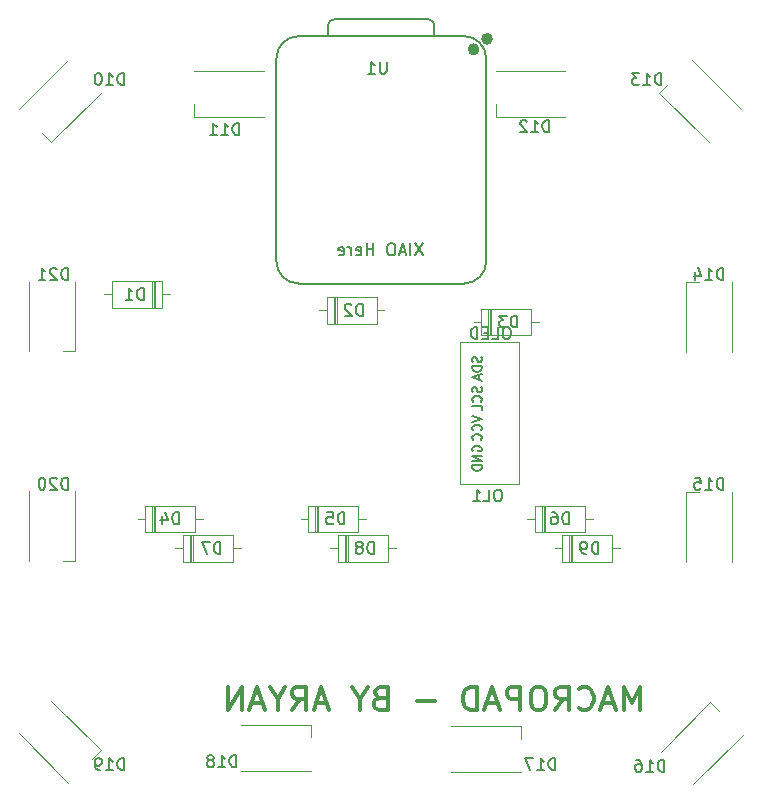
<source format=gbr>
%TF.GenerationSoftware,KiCad,Pcbnew,9.0.3*%
%TF.CreationDate,2025-07-24T19:08:26+05:30*%
%TF.ProjectId,hackpad,6861636b-7061-4642-9e6b-696361645f70,rev?*%
%TF.SameCoordinates,Original*%
%TF.FileFunction,Legend,Bot*%
%TF.FilePolarity,Positive*%
%FSLAX46Y46*%
G04 Gerber Fmt 4.6, Leading zero omitted, Abs format (unit mm)*
G04 Created by KiCad (PCBNEW 9.0.3) date 2025-07-24 19:08:26*
%MOMM*%
%LPD*%
G01*
G04 APERTURE LIST*
%ADD10C,0.150000*%
%ADD11C,0.300000*%
%ADD12C,0.120000*%
%ADD13C,0.127000*%
%ADD14C,0.100000*%
%ADD15C,0.504000*%
%ADD16C,0.040000*%
G04 APERTURE END LIST*
D10*
X150930458Y-85136480D02*
X150263792Y-86136480D01*
X150263792Y-85136480D02*
X150930458Y-86136480D01*
X149882839Y-86136480D02*
X149882839Y-85136480D01*
X149454268Y-85850765D02*
X148978078Y-85850765D01*
X149549506Y-86136480D02*
X149216173Y-85136480D01*
X149216173Y-85136480D02*
X148882840Y-86136480D01*
X148359030Y-85136480D02*
X148168554Y-85136480D01*
X148168554Y-85136480D02*
X148073316Y-85184099D01*
X148073316Y-85184099D02*
X147978078Y-85279337D01*
X147978078Y-85279337D02*
X147930459Y-85469813D01*
X147930459Y-85469813D02*
X147930459Y-85803146D01*
X147930459Y-85803146D02*
X147978078Y-85993622D01*
X147978078Y-85993622D02*
X148073316Y-86088861D01*
X148073316Y-86088861D02*
X148168554Y-86136480D01*
X148168554Y-86136480D02*
X148359030Y-86136480D01*
X148359030Y-86136480D02*
X148454268Y-86088861D01*
X148454268Y-86088861D02*
X148549506Y-85993622D01*
X148549506Y-85993622D02*
X148597125Y-85803146D01*
X148597125Y-85803146D02*
X148597125Y-85469813D01*
X148597125Y-85469813D02*
X148549506Y-85279337D01*
X148549506Y-85279337D02*
X148454268Y-85184099D01*
X148454268Y-85184099D02*
X148359030Y-85136480D01*
X146739982Y-86136480D02*
X146739982Y-85136480D01*
X146739982Y-85612670D02*
X146168554Y-85612670D01*
X146168554Y-86136480D02*
X146168554Y-85136480D01*
X145311411Y-86088861D02*
X145406649Y-86136480D01*
X145406649Y-86136480D02*
X145597125Y-86136480D01*
X145597125Y-86136480D02*
X145692363Y-86088861D01*
X145692363Y-86088861D02*
X145739982Y-85993622D01*
X145739982Y-85993622D02*
X145739982Y-85612670D01*
X145739982Y-85612670D02*
X145692363Y-85517432D01*
X145692363Y-85517432D02*
X145597125Y-85469813D01*
X145597125Y-85469813D02*
X145406649Y-85469813D01*
X145406649Y-85469813D02*
X145311411Y-85517432D01*
X145311411Y-85517432D02*
X145263792Y-85612670D01*
X145263792Y-85612670D02*
X145263792Y-85707908D01*
X145263792Y-85707908D02*
X145739982Y-85803146D01*
X144835220Y-86136480D02*
X144835220Y-85469813D01*
X144835220Y-85660289D02*
X144787601Y-85565051D01*
X144787601Y-85565051D02*
X144739982Y-85517432D01*
X144739982Y-85517432D02*
X144644744Y-85469813D01*
X144644744Y-85469813D02*
X144549506Y-85469813D01*
X143835220Y-86088861D02*
X143930458Y-86136480D01*
X143930458Y-86136480D02*
X144120934Y-86136480D01*
X144120934Y-86136480D02*
X144216172Y-86088861D01*
X144216172Y-86088861D02*
X144263791Y-85993622D01*
X144263791Y-85993622D02*
X144263791Y-85612670D01*
X144263791Y-85612670D02*
X144216172Y-85517432D01*
X144216172Y-85517432D02*
X144120934Y-85469813D01*
X144120934Y-85469813D02*
X143930458Y-85469813D01*
X143930458Y-85469813D02*
X143835220Y-85517432D01*
X143835220Y-85517432D02*
X143787601Y-85612670D01*
X143787601Y-85612670D02*
X143787601Y-85707908D01*
X143787601Y-85707908D02*
X144263791Y-85803146D01*
D11*
X169298441Y-124656299D02*
X169298441Y-122656299D01*
X169298441Y-122656299D02*
X168631774Y-124084870D01*
X168631774Y-124084870D02*
X167965108Y-122656299D01*
X167965108Y-122656299D02*
X167965108Y-124656299D01*
X167107965Y-124084870D02*
X166155584Y-124084870D01*
X167298441Y-124656299D02*
X166631775Y-122656299D01*
X166631775Y-122656299D02*
X165965108Y-124656299D01*
X164155584Y-124465822D02*
X164250822Y-124561061D01*
X164250822Y-124561061D02*
X164536536Y-124656299D01*
X164536536Y-124656299D02*
X164727012Y-124656299D01*
X164727012Y-124656299D02*
X165012727Y-124561061D01*
X165012727Y-124561061D02*
X165203203Y-124370584D01*
X165203203Y-124370584D02*
X165298441Y-124180108D01*
X165298441Y-124180108D02*
X165393679Y-123799156D01*
X165393679Y-123799156D02*
X165393679Y-123513441D01*
X165393679Y-123513441D02*
X165298441Y-123132489D01*
X165298441Y-123132489D02*
X165203203Y-122942013D01*
X165203203Y-122942013D02*
X165012727Y-122751537D01*
X165012727Y-122751537D02*
X164727012Y-122656299D01*
X164727012Y-122656299D02*
X164536536Y-122656299D01*
X164536536Y-122656299D02*
X164250822Y-122751537D01*
X164250822Y-122751537D02*
X164155584Y-122846775D01*
X162155584Y-124656299D02*
X162822251Y-123703918D01*
X163298441Y-124656299D02*
X163298441Y-122656299D01*
X163298441Y-122656299D02*
X162536536Y-122656299D01*
X162536536Y-122656299D02*
X162346060Y-122751537D01*
X162346060Y-122751537D02*
X162250822Y-122846775D01*
X162250822Y-122846775D02*
X162155584Y-123037251D01*
X162155584Y-123037251D02*
X162155584Y-123322965D01*
X162155584Y-123322965D02*
X162250822Y-123513441D01*
X162250822Y-123513441D02*
X162346060Y-123608680D01*
X162346060Y-123608680D02*
X162536536Y-123703918D01*
X162536536Y-123703918D02*
X163298441Y-123703918D01*
X160917489Y-122656299D02*
X160536536Y-122656299D01*
X160536536Y-122656299D02*
X160346060Y-122751537D01*
X160346060Y-122751537D02*
X160155584Y-122942013D01*
X160155584Y-122942013D02*
X160060346Y-123322965D01*
X160060346Y-123322965D02*
X160060346Y-123989632D01*
X160060346Y-123989632D02*
X160155584Y-124370584D01*
X160155584Y-124370584D02*
X160346060Y-124561061D01*
X160346060Y-124561061D02*
X160536536Y-124656299D01*
X160536536Y-124656299D02*
X160917489Y-124656299D01*
X160917489Y-124656299D02*
X161107965Y-124561061D01*
X161107965Y-124561061D02*
X161298441Y-124370584D01*
X161298441Y-124370584D02*
X161393679Y-123989632D01*
X161393679Y-123989632D02*
X161393679Y-123322965D01*
X161393679Y-123322965D02*
X161298441Y-122942013D01*
X161298441Y-122942013D02*
X161107965Y-122751537D01*
X161107965Y-122751537D02*
X160917489Y-122656299D01*
X159203203Y-124656299D02*
X159203203Y-122656299D01*
X159203203Y-122656299D02*
X158441298Y-122656299D01*
X158441298Y-122656299D02*
X158250822Y-122751537D01*
X158250822Y-122751537D02*
X158155584Y-122846775D01*
X158155584Y-122846775D02*
X158060346Y-123037251D01*
X158060346Y-123037251D02*
X158060346Y-123322965D01*
X158060346Y-123322965D02*
X158155584Y-123513441D01*
X158155584Y-123513441D02*
X158250822Y-123608680D01*
X158250822Y-123608680D02*
X158441298Y-123703918D01*
X158441298Y-123703918D02*
X159203203Y-123703918D01*
X157298441Y-124084870D02*
X156346060Y-124084870D01*
X157488917Y-124656299D02*
X156822251Y-122656299D01*
X156822251Y-122656299D02*
X156155584Y-124656299D01*
X155488917Y-124656299D02*
X155488917Y-122656299D01*
X155488917Y-122656299D02*
X155012727Y-122656299D01*
X155012727Y-122656299D02*
X154727012Y-122751537D01*
X154727012Y-122751537D02*
X154536536Y-122942013D01*
X154536536Y-122942013D02*
X154441298Y-123132489D01*
X154441298Y-123132489D02*
X154346060Y-123513441D01*
X154346060Y-123513441D02*
X154346060Y-123799156D01*
X154346060Y-123799156D02*
X154441298Y-124180108D01*
X154441298Y-124180108D02*
X154536536Y-124370584D01*
X154536536Y-124370584D02*
X154727012Y-124561061D01*
X154727012Y-124561061D02*
X155012727Y-124656299D01*
X155012727Y-124656299D02*
X155488917Y-124656299D01*
X151965107Y-123894394D02*
X150441298Y-123894394D01*
X147298440Y-123608680D02*
X147012726Y-123703918D01*
X147012726Y-123703918D02*
X146917488Y-123799156D01*
X146917488Y-123799156D02*
X146822250Y-123989632D01*
X146822250Y-123989632D02*
X146822250Y-124275346D01*
X146822250Y-124275346D02*
X146917488Y-124465822D01*
X146917488Y-124465822D02*
X147012726Y-124561061D01*
X147012726Y-124561061D02*
X147203202Y-124656299D01*
X147203202Y-124656299D02*
X147965107Y-124656299D01*
X147965107Y-124656299D02*
X147965107Y-122656299D01*
X147965107Y-122656299D02*
X147298440Y-122656299D01*
X147298440Y-122656299D02*
X147107964Y-122751537D01*
X147107964Y-122751537D02*
X147012726Y-122846775D01*
X147012726Y-122846775D02*
X146917488Y-123037251D01*
X146917488Y-123037251D02*
X146917488Y-123227727D01*
X146917488Y-123227727D02*
X147012726Y-123418203D01*
X147012726Y-123418203D02*
X147107964Y-123513441D01*
X147107964Y-123513441D02*
X147298440Y-123608680D01*
X147298440Y-123608680D02*
X147965107Y-123608680D01*
X145584155Y-123703918D02*
X145584155Y-124656299D01*
X146250821Y-122656299D02*
X145584155Y-123703918D01*
X145584155Y-123703918D02*
X144917488Y-122656299D01*
X142822249Y-124084870D02*
X141869868Y-124084870D01*
X143012725Y-124656299D02*
X142346059Y-122656299D01*
X142346059Y-122656299D02*
X141679392Y-124656299D01*
X139869868Y-124656299D02*
X140536535Y-123703918D01*
X141012725Y-124656299D02*
X141012725Y-122656299D01*
X141012725Y-122656299D02*
X140250820Y-122656299D01*
X140250820Y-122656299D02*
X140060344Y-122751537D01*
X140060344Y-122751537D02*
X139965106Y-122846775D01*
X139965106Y-122846775D02*
X139869868Y-123037251D01*
X139869868Y-123037251D02*
X139869868Y-123322965D01*
X139869868Y-123322965D02*
X139965106Y-123513441D01*
X139965106Y-123513441D02*
X140060344Y-123608680D01*
X140060344Y-123608680D02*
X140250820Y-123703918D01*
X140250820Y-123703918D02*
X141012725Y-123703918D01*
X138631773Y-123703918D02*
X138631773Y-124656299D01*
X139298439Y-122656299D02*
X138631773Y-123703918D01*
X138631773Y-123703918D02*
X137965106Y-122656299D01*
X137393677Y-124084870D02*
X136441296Y-124084870D01*
X137584153Y-124656299D02*
X136917487Y-122656299D01*
X136917487Y-122656299D02*
X136250820Y-124656299D01*
X135584153Y-124656299D02*
X135584153Y-122656299D01*
X135584153Y-122656299D02*
X134441296Y-124656299D01*
X134441296Y-124656299D02*
X134441296Y-122656299D01*
D10*
X133790094Y-111406319D02*
X133790094Y-110406319D01*
X133790094Y-110406319D02*
X133551999Y-110406319D01*
X133551999Y-110406319D02*
X133409142Y-110453938D01*
X133409142Y-110453938D02*
X133313904Y-110549176D01*
X133313904Y-110549176D02*
X133266285Y-110644414D01*
X133266285Y-110644414D02*
X133218666Y-110834890D01*
X133218666Y-110834890D02*
X133218666Y-110977747D01*
X133218666Y-110977747D02*
X133266285Y-111168223D01*
X133266285Y-111168223D02*
X133313904Y-111263461D01*
X133313904Y-111263461D02*
X133409142Y-111358700D01*
X133409142Y-111358700D02*
X133551999Y-111406319D01*
X133551999Y-111406319D02*
X133790094Y-111406319D01*
X132885332Y-110406319D02*
X132218666Y-110406319D01*
X132218666Y-110406319D02*
X132647237Y-111406319D01*
X120886285Y-105971480D02*
X120886285Y-104971480D01*
X120886285Y-104971480D02*
X120648190Y-104971480D01*
X120648190Y-104971480D02*
X120505333Y-105019099D01*
X120505333Y-105019099D02*
X120410095Y-105114337D01*
X120410095Y-105114337D02*
X120362476Y-105209575D01*
X120362476Y-105209575D02*
X120314857Y-105400051D01*
X120314857Y-105400051D02*
X120314857Y-105542908D01*
X120314857Y-105542908D02*
X120362476Y-105733384D01*
X120362476Y-105733384D02*
X120410095Y-105828622D01*
X120410095Y-105828622D02*
X120505333Y-105923861D01*
X120505333Y-105923861D02*
X120648190Y-105971480D01*
X120648190Y-105971480D02*
X120886285Y-105971480D01*
X119933904Y-105066718D02*
X119886285Y-105019099D01*
X119886285Y-105019099D02*
X119791047Y-104971480D01*
X119791047Y-104971480D02*
X119552952Y-104971480D01*
X119552952Y-104971480D02*
X119457714Y-105019099D01*
X119457714Y-105019099D02*
X119410095Y-105066718D01*
X119410095Y-105066718D02*
X119362476Y-105161956D01*
X119362476Y-105161956D02*
X119362476Y-105257194D01*
X119362476Y-105257194D02*
X119410095Y-105400051D01*
X119410095Y-105400051D02*
X119981523Y-105971480D01*
X119981523Y-105971480D02*
X119362476Y-105971480D01*
X118743428Y-104971480D02*
X118648190Y-104971480D01*
X118648190Y-104971480D02*
X118552952Y-105019099D01*
X118552952Y-105019099D02*
X118505333Y-105066718D01*
X118505333Y-105066718D02*
X118457714Y-105161956D01*
X118457714Y-105161956D02*
X118410095Y-105352432D01*
X118410095Y-105352432D02*
X118410095Y-105590527D01*
X118410095Y-105590527D02*
X118457714Y-105781003D01*
X118457714Y-105781003D02*
X118505333Y-105876241D01*
X118505333Y-105876241D02*
X118552952Y-105923861D01*
X118552952Y-105923861D02*
X118648190Y-105971480D01*
X118648190Y-105971480D02*
X118743428Y-105971480D01*
X118743428Y-105971480D02*
X118838666Y-105923861D01*
X118838666Y-105923861D02*
X118886285Y-105876241D01*
X118886285Y-105876241D02*
X118933904Y-105781003D01*
X118933904Y-105781003D02*
X118981523Y-105590527D01*
X118981523Y-105590527D02*
X118981523Y-105352432D01*
X118981523Y-105352432D02*
X118933904Y-105161956D01*
X118933904Y-105161956D02*
X118886285Y-105066718D01*
X118886285Y-105066718D02*
X118838666Y-105019099D01*
X118838666Y-105019099D02*
X118743428Y-104971480D01*
X146790094Y-111406319D02*
X146790094Y-110406319D01*
X146790094Y-110406319D02*
X146551999Y-110406319D01*
X146551999Y-110406319D02*
X146409142Y-110453938D01*
X146409142Y-110453938D02*
X146313904Y-110549176D01*
X146313904Y-110549176D02*
X146266285Y-110644414D01*
X146266285Y-110644414D02*
X146218666Y-110834890D01*
X146218666Y-110834890D02*
X146218666Y-110977747D01*
X146218666Y-110977747D02*
X146266285Y-111168223D01*
X146266285Y-111168223D02*
X146313904Y-111263461D01*
X146313904Y-111263461D02*
X146409142Y-111358700D01*
X146409142Y-111358700D02*
X146551999Y-111406319D01*
X146551999Y-111406319D02*
X146790094Y-111406319D01*
X145647237Y-110834890D02*
X145742475Y-110787271D01*
X145742475Y-110787271D02*
X145790094Y-110739652D01*
X145790094Y-110739652D02*
X145837713Y-110644414D01*
X145837713Y-110644414D02*
X145837713Y-110596795D01*
X145837713Y-110596795D02*
X145790094Y-110501557D01*
X145790094Y-110501557D02*
X145742475Y-110453938D01*
X145742475Y-110453938D02*
X145647237Y-110406319D01*
X145647237Y-110406319D02*
X145456761Y-110406319D01*
X145456761Y-110406319D02*
X145361523Y-110453938D01*
X145361523Y-110453938D02*
X145313904Y-110501557D01*
X145313904Y-110501557D02*
X145266285Y-110596795D01*
X145266285Y-110596795D02*
X145266285Y-110644414D01*
X145266285Y-110644414D02*
X145313904Y-110739652D01*
X145313904Y-110739652D02*
X145361523Y-110787271D01*
X145361523Y-110787271D02*
X145456761Y-110834890D01*
X145456761Y-110834890D02*
X145647237Y-110834890D01*
X145647237Y-110834890D02*
X145742475Y-110882509D01*
X145742475Y-110882509D02*
X145790094Y-110930128D01*
X145790094Y-110930128D02*
X145837713Y-111025366D01*
X145837713Y-111025366D02*
X145837713Y-111215842D01*
X145837713Y-111215842D02*
X145790094Y-111311080D01*
X145790094Y-111311080D02*
X145742475Y-111358700D01*
X145742475Y-111358700D02*
X145647237Y-111406319D01*
X145647237Y-111406319D02*
X145456761Y-111406319D01*
X145456761Y-111406319D02*
X145361523Y-111358700D01*
X145361523Y-111358700D02*
X145313904Y-111311080D01*
X145313904Y-111311080D02*
X145266285Y-111215842D01*
X145266285Y-111215842D02*
X145266285Y-111025366D01*
X145266285Y-111025366D02*
X145313904Y-110930128D01*
X145313904Y-110930128D02*
X145361523Y-110882509D01*
X145361523Y-110882509D02*
X145456761Y-110834890D01*
X145838094Y-91254819D02*
X145838094Y-90254819D01*
X145838094Y-90254819D02*
X145599999Y-90254819D01*
X145599999Y-90254819D02*
X145457142Y-90302438D01*
X145457142Y-90302438D02*
X145361904Y-90397676D01*
X145361904Y-90397676D02*
X145314285Y-90492914D01*
X145314285Y-90492914D02*
X145266666Y-90683390D01*
X145266666Y-90683390D02*
X145266666Y-90826247D01*
X145266666Y-90826247D02*
X145314285Y-91016723D01*
X145314285Y-91016723D02*
X145361904Y-91111961D01*
X145361904Y-91111961D02*
X145457142Y-91207200D01*
X145457142Y-91207200D02*
X145599999Y-91254819D01*
X145599999Y-91254819D02*
X145838094Y-91254819D01*
X144885713Y-90350057D02*
X144838094Y-90302438D01*
X144838094Y-90302438D02*
X144742856Y-90254819D01*
X144742856Y-90254819D02*
X144504761Y-90254819D01*
X144504761Y-90254819D02*
X144409523Y-90302438D01*
X144409523Y-90302438D02*
X144361904Y-90350057D01*
X144361904Y-90350057D02*
X144314285Y-90445295D01*
X144314285Y-90445295D02*
X144314285Y-90540533D01*
X144314285Y-90540533D02*
X144361904Y-90683390D01*
X144361904Y-90683390D02*
X144933332Y-91254819D01*
X144933332Y-91254819D02*
X144314285Y-91254819D01*
X125636284Y-71721480D02*
X125636284Y-70721480D01*
X125636284Y-70721480D02*
X125398189Y-70721480D01*
X125398189Y-70721480D02*
X125255332Y-70769099D01*
X125255332Y-70769099D02*
X125160094Y-70864337D01*
X125160094Y-70864337D02*
X125112475Y-70959575D01*
X125112475Y-70959575D02*
X125064856Y-71150051D01*
X125064856Y-71150051D02*
X125064856Y-71292908D01*
X125064856Y-71292908D02*
X125112475Y-71483384D01*
X125112475Y-71483384D02*
X125160094Y-71578622D01*
X125160094Y-71578622D02*
X125255332Y-71673861D01*
X125255332Y-71673861D02*
X125398189Y-71721480D01*
X125398189Y-71721480D02*
X125636284Y-71721480D01*
X124112475Y-71721480D02*
X124683903Y-71721480D01*
X124398189Y-71721480D02*
X124398189Y-70721480D01*
X124398189Y-70721480D02*
X124493427Y-70864337D01*
X124493427Y-70864337D02*
X124588665Y-70959575D01*
X124588665Y-70959575D02*
X124683903Y-71007194D01*
X123493427Y-70721480D02*
X123398189Y-70721480D01*
X123398189Y-70721480D02*
X123302951Y-70769099D01*
X123302951Y-70769099D02*
X123255332Y-70816718D01*
X123255332Y-70816718D02*
X123207713Y-70911956D01*
X123207713Y-70911956D02*
X123160094Y-71102432D01*
X123160094Y-71102432D02*
X123160094Y-71340527D01*
X123160094Y-71340527D02*
X123207713Y-71531003D01*
X123207713Y-71531003D02*
X123255332Y-71626241D01*
X123255332Y-71626241D02*
X123302951Y-71673861D01*
X123302951Y-71673861D02*
X123398189Y-71721480D01*
X123398189Y-71721480D02*
X123493427Y-71721480D01*
X123493427Y-71721480D02*
X123588665Y-71673861D01*
X123588665Y-71673861D02*
X123636284Y-71626241D01*
X123636284Y-71626241D02*
X123683903Y-71531003D01*
X123683903Y-71531003D02*
X123731522Y-71340527D01*
X123731522Y-71340527D02*
X123731522Y-71102432D01*
X123731522Y-71102432D02*
X123683903Y-70911956D01*
X123683903Y-70911956D02*
X123636284Y-70816718D01*
X123636284Y-70816718D02*
X123588665Y-70769099D01*
X123588665Y-70769099D02*
X123493427Y-70721480D01*
X163290094Y-108906319D02*
X163290094Y-107906319D01*
X163290094Y-107906319D02*
X163051999Y-107906319D01*
X163051999Y-107906319D02*
X162909142Y-107953938D01*
X162909142Y-107953938D02*
X162813904Y-108049176D01*
X162813904Y-108049176D02*
X162766285Y-108144414D01*
X162766285Y-108144414D02*
X162718666Y-108334890D01*
X162718666Y-108334890D02*
X162718666Y-108477747D01*
X162718666Y-108477747D02*
X162766285Y-108668223D01*
X162766285Y-108668223D02*
X162813904Y-108763461D01*
X162813904Y-108763461D02*
X162909142Y-108858700D01*
X162909142Y-108858700D02*
X163051999Y-108906319D01*
X163051999Y-108906319D02*
X163290094Y-108906319D01*
X161861523Y-107906319D02*
X162051999Y-107906319D01*
X162051999Y-107906319D02*
X162147237Y-107953938D01*
X162147237Y-107953938D02*
X162194856Y-108001557D01*
X162194856Y-108001557D02*
X162290094Y-108144414D01*
X162290094Y-108144414D02*
X162337713Y-108334890D01*
X162337713Y-108334890D02*
X162337713Y-108715842D01*
X162337713Y-108715842D02*
X162290094Y-108811080D01*
X162290094Y-108811080D02*
X162242475Y-108858700D01*
X162242475Y-108858700D02*
X162147237Y-108906319D01*
X162147237Y-108906319D02*
X161956761Y-108906319D01*
X161956761Y-108906319D02*
X161861523Y-108858700D01*
X161861523Y-108858700D02*
X161813904Y-108811080D01*
X161813904Y-108811080D02*
X161766285Y-108715842D01*
X161766285Y-108715842D02*
X161766285Y-108477747D01*
X161766285Y-108477747D02*
X161813904Y-108382509D01*
X161813904Y-108382509D02*
X161861523Y-108334890D01*
X161861523Y-108334890D02*
X161956761Y-108287271D01*
X161956761Y-108287271D02*
X162147237Y-108287271D01*
X162147237Y-108287271D02*
X162242475Y-108334890D01*
X162242475Y-108334890D02*
X162290094Y-108382509D01*
X162290094Y-108382509D02*
X162337713Y-108477747D01*
X176386285Y-105971480D02*
X176386285Y-104971480D01*
X176386285Y-104971480D02*
X176148190Y-104971480D01*
X176148190Y-104971480D02*
X176005333Y-105019099D01*
X176005333Y-105019099D02*
X175910095Y-105114337D01*
X175910095Y-105114337D02*
X175862476Y-105209575D01*
X175862476Y-105209575D02*
X175814857Y-105400051D01*
X175814857Y-105400051D02*
X175814857Y-105542908D01*
X175814857Y-105542908D02*
X175862476Y-105733384D01*
X175862476Y-105733384D02*
X175910095Y-105828622D01*
X175910095Y-105828622D02*
X176005333Y-105923861D01*
X176005333Y-105923861D02*
X176148190Y-105971480D01*
X176148190Y-105971480D02*
X176386285Y-105971480D01*
X174862476Y-105971480D02*
X175433904Y-105971480D01*
X175148190Y-105971480D02*
X175148190Y-104971480D01*
X175148190Y-104971480D02*
X175243428Y-105114337D01*
X175243428Y-105114337D02*
X175338666Y-105209575D01*
X175338666Y-105209575D02*
X175433904Y-105257194D01*
X173957714Y-104971480D02*
X174433904Y-104971480D01*
X174433904Y-104971480D02*
X174481523Y-105447670D01*
X174481523Y-105447670D02*
X174433904Y-105400051D01*
X174433904Y-105400051D02*
X174338666Y-105352432D01*
X174338666Y-105352432D02*
X174100571Y-105352432D01*
X174100571Y-105352432D02*
X174005333Y-105400051D01*
X174005333Y-105400051D02*
X173957714Y-105447670D01*
X173957714Y-105447670D02*
X173910095Y-105542908D01*
X173910095Y-105542908D02*
X173910095Y-105781003D01*
X173910095Y-105781003D02*
X173957714Y-105876241D01*
X173957714Y-105876241D02*
X174005333Y-105923861D01*
X174005333Y-105923861D02*
X174100571Y-105971480D01*
X174100571Y-105971480D02*
X174338666Y-105971480D01*
X174338666Y-105971480D02*
X174433904Y-105923861D01*
X174433904Y-105923861D02*
X174481523Y-105876241D01*
X144290094Y-108906319D02*
X144290094Y-107906319D01*
X144290094Y-107906319D02*
X144051999Y-107906319D01*
X144051999Y-107906319D02*
X143909142Y-107953938D01*
X143909142Y-107953938D02*
X143813904Y-108049176D01*
X143813904Y-108049176D02*
X143766285Y-108144414D01*
X143766285Y-108144414D02*
X143718666Y-108334890D01*
X143718666Y-108334890D02*
X143718666Y-108477747D01*
X143718666Y-108477747D02*
X143766285Y-108668223D01*
X143766285Y-108668223D02*
X143813904Y-108763461D01*
X143813904Y-108763461D02*
X143909142Y-108858700D01*
X143909142Y-108858700D02*
X144051999Y-108906319D01*
X144051999Y-108906319D02*
X144290094Y-108906319D01*
X142813904Y-107906319D02*
X143290094Y-107906319D01*
X143290094Y-107906319D02*
X143337713Y-108382509D01*
X143337713Y-108382509D02*
X143290094Y-108334890D01*
X143290094Y-108334890D02*
X143194856Y-108287271D01*
X143194856Y-108287271D02*
X142956761Y-108287271D01*
X142956761Y-108287271D02*
X142861523Y-108334890D01*
X142861523Y-108334890D02*
X142813904Y-108382509D01*
X142813904Y-108382509D02*
X142766285Y-108477747D01*
X142766285Y-108477747D02*
X142766285Y-108715842D01*
X142766285Y-108715842D02*
X142813904Y-108811080D01*
X142813904Y-108811080D02*
X142861523Y-108858700D01*
X142861523Y-108858700D02*
X142956761Y-108906319D01*
X142956761Y-108906319D02*
X143194856Y-108906319D01*
X143194856Y-108906319D02*
X143290094Y-108858700D01*
X143290094Y-108858700D02*
X143337713Y-108811080D01*
X135136285Y-129471480D02*
X135136285Y-128471480D01*
X135136285Y-128471480D02*
X134898190Y-128471480D01*
X134898190Y-128471480D02*
X134755333Y-128519099D01*
X134755333Y-128519099D02*
X134660095Y-128614337D01*
X134660095Y-128614337D02*
X134612476Y-128709575D01*
X134612476Y-128709575D02*
X134564857Y-128900051D01*
X134564857Y-128900051D02*
X134564857Y-129042908D01*
X134564857Y-129042908D02*
X134612476Y-129233384D01*
X134612476Y-129233384D02*
X134660095Y-129328622D01*
X134660095Y-129328622D02*
X134755333Y-129423861D01*
X134755333Y-129423861D02*
X134898190Y-129471480D01*
X134898190Y-129471480D02*
X135136285Y-129471480D01*
X133612476Y-129471480D02*
X134183904Y-129471480D01*
X133898190Y-129471480D02*
X133898190Y-128471480D01*
X133898190Y-128471480D02*
X133993428Y-128614337D01*
X133993428Y-128614337D02*
X134088666Y-128709575D01*
X134088666Y-128709575D02*
X134183904Y-128757194D01*
X133041047Y-128900051D02*
X133136285Y-128852432D01*
X133136285Y-128852432D02*
X133183904Y-128804813D01*
X133183904Y-128804813D02*
X133231523Y-128709575D01*
X133231523Y-128709575D02*
X133231523Y-128661956D01*
X133231523Y-128661956D02*
X133183904Y-128566718D01*
X133183904Y-128566718D02*
X133136285Y-128519099D01*
X133136285Y-128519099D02*
X133041047Y-128471480D01*
X133041047Y-128471480D02*
X132850571Y-128471480D01*
X132850571Y-128471480D02*
X132755333Y-128519099D01*
X132755333Y-128519099D02*
X132707714Y-128566718D01*
X132707714Y-128566718D02*
X132660095Y-128661956D01*
X132660095Y-128661956D02*
X132660095Y-128709575D01*
X132660095Y-128709575D02*
X132707714Y-128804813D01*
X132707714Y-128804813D02*
X132755333Y-128852432D01*
X132755333Y-128852432D02*
X132850571Y-128900051D01*
X132850571Y-128900051D02*
X133041047Y-128900051D01*
X133041047Y-128900051D02*
X133136285Y-128947670D01*
X133136285Y-128947670D02*
X133183904Y-128995289D01*
X133183904Y-128995289D02*
X133231523Y-129090527D01*
X133231523Y-129090527D02*
X133231523Y-129281003D01*
X133231523Y-129281003D02*
X133183904Y-129376241D01*
X133183904Y-129376241D02*
X133136285Y-129423861D01*
X133136285Y-129423861D02*
X133041047Y-129471480D01*
X133041047Y-129471480D02*
X132850571Y-129471480D01*
X132850571Y-129471480D02*
X132755333Y-129423861D01*
X132755333Y-129423861D02*
X132707714Y-129376241D01*
X132707714Y-129376241D02*
X132660095Y-129281003D01*
X132660095Y-129281003D02*
X132660095Y-129090527D01*
X132660095Y-129090527D02*
X132707714Y-128995289D01*
X132707714Y-128995289D02*
X132755333Y-128947670D01*
X132755333Y-128947670D02*
X132850571Y-128900051D01*
X147861904Y-69754819D02*
X147861904Y-70564342D01*
X147861904Y-70564342D02*
X147814285Y-70659580D01*
X147814285Y-70659580D02*
X147766666Y-70707200D01*
X147766666Y-70707200D02*
X147671428Y-70754819D01*
X147671428Y-70754819D02*
X147480952Y-70754819D01*
X147480952Y-70754819D02*
X147385714Y-70707200D01*
X147385714Y-70707200D02*
X147338095Y-70659580D01*
X147338095Y-70659580D02*
X147290476Y-70564342D01*
X147290476Y-70564342D02*
X147290476Y-69754819D01*
X146290476Y-70754819D02*
X146861904Y-70754819D01*
X146576190Y-70754819D02*
X146576190Y-69754819D01*
X146576190Y-69754819D02*
X146671428Y-69897676D01*
X146671428Y-69897676D02*
X146766666Y-69992914D01*
X146766666Y-69992914D02*
X146861904Y-70040533D01*
X157398190Y-105971480D02*
X157207714Y-105971480D01*
X157207714Y-105971480D02*
X157112476Y-106019099D01*
X157112476Y-106019099D02*
X157017238Y-106114337D01*
X157017238Y-106114337D02*
X156969619Y-106304813D01*
X156969619Y-106304813D02*
X156969619Y-106638146D01*
X156969619Y-106638146D02*
X157017238Y-106828622D01*
X157017238Y-106828622D02*
X157112476Y-106923861D01*
X157112476Y-106923861D02*
X157207714Y-106971480D01*
X157207714Y-106971480D02*
X157398190Y-106971480D01*
X157398190Y-106971480D02*
X157493428Y-106923861D01*
X157493428Y-106923861D02*
X157588666Y-106828622D01*
X157588666Y-106828622D02*
X157636285Y-106638146D01*
X157636285Y-106638146D02*
X157636285Y-106304813D01*
X157636285Y-106304813D02*
X157588666Y-106114337D01*
X157588666Y-106114337D02*
X157493428Y-106019099D01*
X157493428Y-106019099D02*
X157398190Y-105971480D01*
X156064857Y-106971480D02*
X156541047Y-106971480D01*
X156541047Y-106971480D02*
X156541047Y-105971480D01*
X155207714Y-106971480D02*
X155779142Y-106971480D01*
X155493428Y-106971480D02*
X155493428Y-105971480D01*
X155493428Y-105971480D02*
X155588666Y-106114337D01*
X155588666Y-106114337D02*
X155683904Y-106209575D01*
X155683904Y-106209575D02*
X155779142Y-106257194D01*
X155876200Y-94732571D02*
X155914295Y-94846857D01*
X155914295Y-94846857D02*
X155914295Y-95037333D01*
X155914295Y-95037333D02*
X155876200Y-95113524D01*
X155876200Y-95113524D02*
X155838104Y-95151619D01*
X155838104Y-95151619D02*
X155761914Y-95189714D01*
X155761914Y-95189714D02*
X155685723Y-95189714D01*
X155685723Y-95189714D02*
X155609533Y-95151619D01*
X155609533Y-95151619D02*
X155571438Y-95113524D01*
X155571438Y-95113524D02*
X155533342Y-95037333D01*
X155533342Y-95037333D02*
X155495247Y-94884952D01*
X155495247Y-94884952D02*
X155457152Y-94808762D01*
X155457152Y-94808762D02*
X155419057Y-94770667D01*
X155419057Y-94770667D02*
X155342866Y-94732571D01*
X155342866Y-94732571D02*
X155266676Y-94732571D01*
X155266676Y-94732571D02*
X155190485Y-94770667D01*
X155190485Y-94770667D02*
X155152390Y-94808762D01*
X155152390Y-94808762D02*
X155114295Y-94884952D01*
X155114295Y-94884952D02*
X155114295Y-95075429D01*
X155114295Y-95075429D02*
X155152390Y-95189714D01*
X155914295Y-95532572D02*
X155114295Y-95532572D01*
X155114295Y-95532572D02*
X155114295Y-95723048D01*
X155114295Y-95723048D02*
X155152390Y-95837334D01*
X155152390Y-95837334D02*
X155228580Y-95913524D01*
X155228580Y-95913524D02*
X155304771Y-95951619D01*
X155304771Y-95951619D02*
X155457152Y-95989715D01*
X155457152Y-95989715D02*
X155571438Y-95989715D01*
X155571438Y-95989715D02*
X155723819Y-95951619D01*
X155723819Y-95951619D02*
X155800009Y-95913524D01*
X155800009Y-95913524D02*
X155876200Y-95837334D01*
X155876200Y-95837334D02*
X155914295Y-95723048D01*
X155914295Y-95723048D02*
X155914295Y-95532572D01*
X155685723Y-96294476D02*
X155685723Y-96675429D01*
X155914295Y-96218286D02*
X155114295Y-96484953D01*
X155114295Y-96484953D02*
X155914295Y-96751619D01*
X155876200Y-97291618D02*
X155914295Y-97405904D01*
X155914295Y-97405904D02*
X155914295Y-97596380D01*
X155914295Y-97596380D02*
X155876200Y-97672571D01*
X155876200Y-97672571D02*
X155838104Y-97710666D01*
X155838104Y-97710666D02*
X155761914Y-97748761D01*
X155761914Y-97748761D02*
X155685723Y-97748761D01*
X155685723Y-97748761D02*
X155609533Y-97710666D01*
X155609533Y-97710666D02*
X155571438Y-97672571D01*
X155571438Y-97672571D02*
X155533342Y-97596380D01*
X155533342Y-97596380D02*
X155495247Y-97443999D01*
X155495247Y-97443999D02*
X155457152Y-97367809D01*
X155457152Y-97367809D02*
X155419057Y-97329714D01*
X155419057Y-97329714D02*
X155342866Y-97291618D01*
X155342866Y-97291618D02*
X155266676Y-97291618D01*
X155266676Y-97291618D02*
X155190485Y-97329714D01*
X155190485Y-97329714D02*
X155152390Y-97367809D01*
X155152390Y-97367809D02*
X155114295Y-97443999D01*
X155114295Y-97443999D02*
X155114295Y-97634476D01*
X155114295Y-97634476D02*
X155152390Y-97748761D01*
X155838104Y-98548762D02*
X155876200Y-98510666D01*
X155876200Y-98510666D02*
X155914295Y-98396381D01*
X155914295Y-98396381D02*
X155914295Y-98320190D01*
X155914295Y-98320190D02*
X155876200Y-98205904D01*
X155876200Y-98205904D02*
X155800009Y-98129714D01*
X155800009Y-98129714D02*
X155723819Y-98091619D01*
X155723819Y-98091619D02*
X155571438Y-98053523D01*
X155571438Y-98053523D02*
X155457152Y-98053523D01*
X155457152Y-98053523D02*
X155304771Y-98091619D01*
X155304771Y-98091619D02*
X155228580Y-98129714D01*
X155228580Y-98129714D02*
X155152390Y-98205904D01*
X155152390Y-98205904D02*
X155114295Y-98320190D01*
X155114295Y-98320190D02*
X155114295Y-98396381D01*
X155114295Y-98396381D02*
X155152390Y-98510666D01*
X155152390Y-98510666D02*
X155190485Y-98548762D01*
X155914295Y-99272571D02*
X155914295Y-98891619D01*
X155914295Y-98891619D02*
X155114295Y-98891619D01*
X158124380Y-92221480D02*
X157933904Y-92221480D01*
X157933904Y-92221480D02*
X157838666Y-92269099D01*
X157838666Y-92269099D02*
X157743428Y-92364337D01*
X157743428Y-92364337D02*
X157695809Y-92554813D01*
X157695809Y-92554813D02*
X157695809Y-92888146D01*
X157695809Y-92888146D02*
X157743428Y-93078622D01*
X157743428Y-93078622D02*
X157838666Y-93173861D01*
X157838666Y-93173861D02*
X157933904Y-93221480D01*
X157933904Y-93221480D02*
X158124380Y-93221480D01*
X158124380Y-93221480D02*
X158219618Y-93173861D01*
X158219618Y-93173861D02*
X158314856Y-93078622D01*
X158314856Y-93078622D02*
X158362475Y-92888146D01*
X158362475Y-92888146D02*
X158362475Y-92554813D01*
X158362475Y-92554813D02*
X158314856Y-92364337D01*
X158314856Y-92364337D02*
X158219618Y-92269099D01*
X158219618Y-92269099D02*
X158124380Y-92221480D01*
X156791047Y-93221480D02*
X157267237Y-93221480D01*
X157267237Y-93221480D02*
X157267237Y-92221480D01*
X156457713Y-92697670D02*
X156124380Y-92697670D01*
X155981523Y-93221480D02*
X156457713Y-93221480D01*
X156457713Y-93221480D02*
X156457713Y-92221480D01*
X156457713Y-92221480D02*
X155981523Y-92221480D01*
X155552951Y-93221480D02*
X155552951Y-92221480D01*
X155552951Y-92221480D02*
X155314856Y-92221480D01*
X155314856Y-92221480D02*
X155171999Y-92269099D01*
X155171999Y-92269099D02*
X155076761Y-92364337D01*
X155076761Y-92364337D02*
X155029142Y-92459575D01*
X155029142Y-92459575D02*
X154981523Y-92650051D01*
X154981523Y-92650051D02*
X154981523Y-92792908D01*
X154981523Y-92792908D02*
X155029142Y-92983384D01*
X155029142Y-92983384D02*
X155076761Y-93078622D01*
X155076761Y-93078622D02*
X155171999Y-93173861D01*
X155171999Y-93173861D02*
X155314856Y-93221480D01*
X155314856Y-93221480D02*
X155552951Y-93221480D01*
X155152390Y-102714476D02*
X155114295Y-102638286D01*
X155114295Y-102638286D02*
X155114295Y-102524000D01*
X155114295Y-102524000D02*
X155152390Y-102409714D01*
X155152390Y-102409714D02*
X155228580Y-102333524D01*
X155228580Y-102333524D02*
X155304771Y-102295429D01*
X155304771Y-102295429D02*
X155457152Y-102257333D01*
X155457152Y-102257333D02*
X155571438Y-102257333D01*
X155571438Y-102257333D02*
X155723819Y-102295429D01*
X155723819Y-102295429D02*
X155800009Y-102333524D01*
X155800009Y-102333524D02*
X155876200Y-102409714D01*
X155876200Y-102409714D02*
X155914295Y-102524000D01*
X155914295Y-102524000D02*
X155914295Y-102600191D01*
X155914295Y-102600191D02*
X155876200Y-102714476D01*
X155876200Y-102714476D02*
X155838104Y-102752572D01*
X155838104Y-102752572D02*
X155571438Y-102752572D01*
X155571438Y-102752572D02*
X155571438Y-102600191D01*
X155914295Y-103095429D02*
X155114295Y-103095429D01*
X155114295Y-103095429D02*
X155914295Y-103552572D01*
X155914295Y-103552572D02*
X155114295Y-103552572D01*
X155914295Y-103933524D02*
X155114295Y-103933524D01*
X155114295Y-103933524D02*
X155114295Y-104124000D01*
X155114295Y-104124000D02*
X155152390Y-104238286D01*
X155152390Y-104238286D02*
X155228580Y-104314476D01*
X155228580Y-104314476D02*
X155304771Y-104352571D01*
X155304771Y-104352571D02*
X155457152Y-104390667D01*
X155457152Y-104390667D02*
X155571438Y-104390667D01*
X155571438Y-104390667D02*
X155723819Y-104352571D01*
X155723819Y-104352571D02*
X155800009Y-104314476D01*
X155800009Y-104314476D02*
X155876200Y-104238286D01*
X155876200Y-104238286D02*
X155914295Y-104124000D01*
X155914295Y-104124000D02*
X155914295Y-103933524D01*
X155114295Y-99717333D02*
X155914295Y-99984000D01*
X155914295Y-99984000D02*
X155114295Y-100250666D01*
X155838104Y-100974476D02*
X155876200Y-100936380D01*
X155876200Y-100936380D02*
X155914295Y-100822095D01*
X155914295Y-100822095D02*
X155914295Y-100745904D01*
X155914295Y-100745904D02*
X155876200Y-100631618D01*
X155876200Y-100631618D02*
X155800009Y-100555428D01*
X155800009Y-100555428D02*
X155723819Y-100517333D01*
X155723819Y-100517333D02*
X155571438Y-100479237D01*
X155571438Y-100479237D02*
X155457152Y-100479237D01*
X155457152Y-100479237D02*
X155304771Y-100517333D01*
X155304771Y-100517333D02*
X155228580Y-100555428D01*
X155228580Y-100555428D02*
X155152390Y-100631618D01*
X155152390Y-100631618D02*
X155114295Y-100745904D01*
X155114295Y-100745904D02*
X155114295Y-100822095D01*
X155114295Y-100822095D02*
X155152390Y-100936380D01*
X155152390Y-100936380D02*
X155190485Y-100974476D01*
X155838104Y-101774476D02*
X155876200Y-101736380D01*
X155876200Y-101736380D02*
X155914295Y-101622095D01*
X155914295Y-101622095D02*
X155914295Y-101545904D01*
X155914295Y-101545904D02*
X155876200Y-101431618D01*
X155876200Y-101431618D02*
X155800009Y-101355428D01*
X155800009Y-101355428D02*
X155723819Y-101317333D01*
X155723819Y-101317333D02*
X155571438Y-101279237D01*
X155571438Y-101279237D02*
X155457152Y-101279237D01*
X155457152Y-101279237D02*
X155304771Y-101317333D01*
X155304771Y-101317333D02*
X155228580Y-101355428D01*
X155228580Y-101355428D02*
X155152390Y-101431618D01*
X155152390Y-101431618D02*
X155114295Y-101545904D01*
X155114295Y-101545904D02*
X155114295Y-101622095D01*
X155114295Y-101622095D02*
X155152390Y-101736380D01*
X155152390Y-101736380D02*
X155190485Y-101774476D01*
X171386285Y-129850863D02*
X171386285Y-128850863D01*
X171386285Y-128850863D02*
X171148190Y-128850863D01*
X171148190Y-128850863D02*
X171005333Y-128898482D01*
X171005333Y-128898482D02*
X170910095Y-128993720D01*
X170910095Y-128993720D02*
X170862476Y-129088958D01*
X170862476Y-129088958D02*
X170814857Y-129279434D01*
X170814857Y-129279434D02*
X170814857Y-129422291D01*
X170814857Y-129422291D02*
X170862476Y-129612767D01*
X170862476Y-129612767D02*
X170910095Y-129708005D01*
X170910095Y-129708005D02*
X171005333Y-129803244D01*
X171005333Y-129803244D02*
X171148190Y-129850863D01*
X171148190Y-129850863D02*
X171386285Y-129850863D01*
X169862476Y-129850863D02*
X170433904Y-129850863D01*
X170148190Y-129850863D02*
X170148190Y-128850863D01*
X170148190Y-128850863D02*
X170243428Y-128993720D01*
X170243428Y-128993720D02*
X170338666Y-129088958D01*
X170338666Y-129088958D02*
X170433904Y-129136577D01*
X169005333Y-128850863D02*
X169195809Y-128850863D01*
X169195809Y-128850863D02*
X169291047Y-128898482D01*
X169291047Y-128898482D02*
X169338666Y-128946101D01*
X169338666Y-128946101D02*
X169433904Y-129088958D01*
X169433904Y-129088958D02*
X169481523Y-129279434D01*
X169481523Y-129279434D02*
X169481523Y-129660386D01*
X169481523Y-129660386D02*
X169433904Y-129755624D01*
X169433904Y-129755624D02*
X169386285Y-129803244D01*
X169386285Y-129803244D02*
X169291047Y-129850863D01*
X169291047Y-129850863D02*
X169100571Y-129850863D01*
X169100571Y-129850863D02*
X169005333Y-129803244D01*
X169005333Y-129803244D02*
X168957714Y-129755624D01*
X168957714Y-129755624D02*
X168910095Y-129660386D01*
X168910095Y-129660386D02*
X168910095Y-129422291D01*
X168910095Y-129422291D02*
X168957714Y-129327053D01*
X168957714Y-129327053D02*
X169005333Y-129279434D01*
X169005333Y-129279434D02*
X169100571Y-129231815D01*
X169100571Y-129231815D02*
X169291047Y-129231815D01*
X169291047Y-129231815D02*
X169386285Y-129279434D01*
X169386285Y-129279434D02*
X169433904Y-129327053D01*
X169433904Y-129327053D02*
X169481523Y-129422291D01*
X158938094Y-92254819D02*
X158938094Y-91254819D01*
X158938094Y-91254819D02*
X158699999Y-91254819D01*
X158699999Y-91254819D02*
X158557142Y-91302438D01*
X158557142Y-91302438D02*
X158461904Y-91397676D01*
X158461904Y-91397676D02*
X158414285Y-91492914D01*
X158414285Y-91492914D02*
X158366666Y-91683390D01*
X158366666Y-91683390D02*
X158366666Y-91826247D01*
X158366666Y-91826247D02*
X158414285Y-92016723D01*
X158414285Y-92016723D02*
X158461904Y-92111961D01*
X158461904Y-92111961D02*
X158557142Y-92207200D01*
X158557142Y-92207200D02*
X158699999Y-92254819D01*
X158699999Y-92254819D02*
X158938094Y-92254819D01*
X158033332Y-91254819D02*
X157414285Y-91254819D01*
X157414285Y-91254819D02*
X157747618Y-91635771D01*
X157747618Y-91635771D02*
X157604761Y-91635771D01*
X157604761Y-91635771D02*
X157509523Y-91683390D01*
X157509523Y-91683390D02*
X157461904Y-91731009D01*
X157461904Y-91731009D02*
X157414285Y-91826247D01*
X157414285Y-91826247D02*
X157414285Y-92064342D01*
X157414285Y-92064342D02*
X157461904Y-92159580D01*
X157461904Y-92159580D02*
X157509523Y-92207200D01*
X157509523Y-92207200D02*
X157604761Y-92254819D01*
X157604761Y-92254819D02*
X157890475Y-92254819D01*
X157890475Y-92254819D02*
X157985713Y-92207200D01*
X157985713Y-92207200D02*
X158033332Y-92159580D01*
X161636285Y-75721480D02*
X161636285Y-74721480D01*
X161636285Y-74721480D02*
X161398190Y-74721480D01*
X161398190Y-74721480D02*
X161255333Y-74769099D01*
X161255333Y-74769099D02*
X161160095Y-74864337D01*
X161160095Y-74864337D02*
X161112476Y-74959575D01*
X161112476Y-74959575D02*
X161064857Y-75150051D01*
X161064857Y-75150051D02*
X161064857Y-75292908D01*
X161064857Y-75292908D02*
X161112476Y-75483384D01*
X161112476Y-75483384D02*
X161160095Y-75578622D01*
X161160095Y-75578622D02*
X161255333Y-75673861D01*
X161255333Y-75673861D02*
X161398190Y-75721480D01*
X161398190Y-75721480D02*
X161636285Y-75721480D01*
X160112476Y-75721480D02*
X160683904Y-75721480D01*
X160398190Y-75721480D02*
X160398190Y-74721480D01*
X160398190Y-74721480D02*
X160493428Y-74864337D01*
X160493428Y-74864337D02*
X160588666Y-74959575D01*
X160588666Y-74959575D02*
X160683904Y-75007194D01*
X159731523Y-74816718D02*
X159683904Y-74769099D01*
X159683904Y-74769099D02*
X159588666Y-74721480D01*
X159588666Y-74721480D02*
X159350571Y-74721480D01*
X159350571Y-74721480D02*
X159255333Y-74769099D01*
X159255333Y-74769099D02*
X159207714Y-74816718D01*
X159207714Y-74816718D02*
X159160095Y-74911956D01*
X159160095Y-74911956D02*
X159160095Y-75007194D01*
X159160095Y-75007194D02*
X159207714Y-75150051D01*
X159207714Y-75150051D02*
X159779142Y-75721480D01*
X159779142Y-75721480D02*
X159160095Y-75721480D01*
X165790094Y-111406319D02*
X165790094Y-110406319D01*
X165790094Y-110406319D02*
X165551999Y-110406319D01*
X165551999Y-110406319D02*
X165409142Y-110453938D01*
X165409142Y-110453938D02*
X165313904Y-110549176D01*
X165313904Y-110549176D02*
X165266285Y-110644414D01*
X165266285Y-110644414D02*
X165218666Y-110834890D01*
X165218666Y-110834890D02*
X165218666Y-110977747D01*
X165218666Y-110977747D02*
X165266285Y-111168223D01*
X165266285Y-111168223D02*
X165313904Y-111263461D01*
X165313904Y-111263461D02*
X165409142Y-111358700D01*
X165409142Y-111358700D02*
X165551999Y-111406319D01*
X165551999Y-111406319D02*
X165790094Y-111406319D01*
X164742475Y-111406319D02*
X164551999Y-111406319D01*
X164551999Y-111406319D02*
X164456761Y-111358700D01*
X164456761Y-111358700D02*
X164409142Y-111311080D01*
X164409142Y-111311080D02*
X164313904Y-111168223D01*
X164313904Y-111168223D02*
X164266285Y-110977747D01*
X164266285Y-110977747D02*
X164266285Y-110596795D01*
X164266285Y-110596795D02*
X164313904Y-110501557D01*
X164313904Y-110501557D02*
X164361523Y-110453938D01*
X164361523Y-110453938D02*
X164456761Y-110406319D01*
X164456761Y-110406319D02*
X164647237Y-110406319D01*
X164647237Y-110406319D02*
X164742475Y-110453938D01*
X164742475Y-110453938D02*
X164790094Y-110501557D01*
X164790094Y-110501557D02*
X164837713Y-110596795D01*
X164837713Y-110596795D02*
X164837713Y-110834890D01*
X164837713Y-110834890D02*
X164790094Y-110930128D01*
X164790094Y-110930128D02*
X164742475Y-110977747D01*
X164742475Y-110977747D02*
X164647237Y-111025366D01*
X164647237Y-111025366D02*
X164456761Y-111025366D01*
X164456761Y-111025366D02*
X164361523Y-110977747D01*
X164361523Y-110977747D02*
X164313904Y-110930128D01*
X164313904Y-110930128D02*
X164266285Y-110834890D01*
X171136285Y-71721481D02*
X171136285Y-70721481D01*
X171136285Y-70721481D02*
X170898190Y-70721481D01*
X170898190Y-70721481D02*
X170755333Y-70769100D01*
X170755333Y-70769100D02*
X170660095Y-70864338D01*
X170660095Y-70864338D02*
X170612476Y-70959576D01*
X170612476Y-70959576D02*
X170564857Y-71150052D01*
X170564857Y-71150052D02*
X170564857Y-71292909D01*
X170564857Y-71292909D02*
X170612476Y-71483385D01*
X170612476Y-71483385D02*
X170660095Y-71578623D01*
X170660095Y-71578623D02*
X170755333Y-71673862D01*
X170755333Y-71673862D02*
X170898190Y-71721481D01*
X170898190Y-71721481D02*
X171136285Y-71721481D01*
X169612476Y-71721481D02*
X170183904Y-71721481D01*
X169898190Y-71721481D02*
X169898190Y-70721481D01*
X169898190Y-70721481D02*
X169993428Y-70864338D01*
X169993428Y-70864338D02*
X170088666Y-70959576D01*
X170088666Y-70959576D02*
X170183904Y-71007195D01*
X169279142Y-70721481D02*
X168660095Y-70721481D01*
X168660095Y-70721481D02*
X168993428Y-71102433D01*
X168993428Y-71102433D02*
X168850571Y-71102433D01*
X168850571Y-71102433D02*
X168755333Y-71150052D01*
X168755333Y-71150052D02*
X168707714Y-71197671D01*
X168707714Y-71197671D02*
X168660095Y-71292909D01*
X168660095Y-71292909D02*
X168660095Y-71531004D01*
X168660095Y-71531004D02*
X168707714Y-71626242D01*
X168707714Y-71626242D02*
X168755333Y-71673862D01*
X168755333Y-71673862D02*
X168850571Y-71721481D01*
X168850571Y-71721481D02*
X169136285Y-71721481D01*
X169136285Y-71721481D02*
X169231523Y-71673862D01*
X169231523Y-71673862D02*
X169279142Y-71626242D01*
X176386285Y-88221480D02*
X176386285Y-87221480D01*
X176386285Y-87221480D02*
X176148190Y-87221480D01*
X176148190Y-87221480D02*
X176005333Y-87269099D01*
X176005333Y-87269099D02*
X175910095Y-87364337D01*
X175910095Y-87364337D02*
X175862476Y-87459575D01*
X175862476Y-87459575D02*
X175814857Y-87650051D01*
X175814857Y-87650051D02*
X175814857Y-87792908D01*
X175814857Y-87792908D02*
X175862476Y-87983384D01*
X175862476Y-87983384D02*
X175910095Y-88078622D01*
X175910095Y-88078622D02*
X176005333Y-88173861D01*
X176005333Y-88173861D02*
X176148190Y-88221480D01*
X176148190Y-88221480D02*
X176386285Y-88221480D01*
X174862476Y-88221480D02*
X175433904Y-88221480D01*
X175148190Y-88221480D02*
X175148190Y-87221480D01*
X175148190Y-87221480D02*
X175243428Y-87364337D01*
X175243428Y-87364337D02*
X175338666Y-87459575D01*
X175338666Y-87459575D02*
X175433904Y-87507194D01*
X174005333Y-87554813D02*
X174005333Y-88221480D01*
X174243428Y-87173861D02*
X174481523Y-87888146D01*
X174481523Y-87888146D02*
X173862476Y-87888146D01*
X127290094Y-89906319D02*
X127290094Y-88906319D01*
X127290094Y-88906319D02*
X127051999Y-88906319D01*
X127051999Y-88906319D02*
X126909142Y-88953938D01*
X126909142Y-88953938D02*
X126813904Y-89049176D01*
X126813904Y-89049176D02*
X126766285Y-89144414D01*
X126766285Y-89144414D02*
X126718666Y-89334890D01*
X126718666Y-89334890D02*
X126718666Y-89477747D01*
X126718666Y-89477747D02*
X126766285Y-89668223D01*
X126766285Y-89668223D02*
X126813904Y-89763461D01*
X126813904Y-89763461D02*
X126909142Y-89858700D01*
X126909142Y-89858700D02*
X127051999Y-89906319D01*
X127051999Y-89906319D02*
X127290094Y-89906319D01*
X125766285Y-89906319D02*
X126337713Y-89906319D01*
X126051999Y-89906319D02*
X126051999Y-88906319D01*
X126051999Y-88906319D02*
X126147237Y-89049176D01*
X126147237Y-89049176D02*
X126242475Y-89144414D01*
X126242475Y-89144414D02*
X126337713Y-89192033D01*
X120886285Y-88221480D02*
X120886285Y-87221480D01*
X120886285Y-87221480D02*
X120648190Y-87221480D01*
X120648190Y-87221480D02*
X120505333Y-87269099D01*
X120505333Y-87269099D02*
X120410095Y-87364337D01*
X120410095Y-87364337D02*
X120362476Y-87459575D01*
X120362476Y-87459575D02*
X120314857Y-87650051D01*
X120314857Y-87650051D02*
X120314857Y-87792908D01*
X120314857Y-87792908D02*
X120362476Y-87983384D01*
X120362476Y-87983384D02*
X120410095Y-88078622D01*
X120410095Y-88078622D02*
X120505333Y-88173861D01*
X120505333Y-88173861D02*
X120648190Y-88221480D01*
X120648190Y-88221480D02*
X120886285Y-88221480D01*
X119933904Y-87316718D02*
X119886285Y-87269099D01*
X119886285Y-87269099D02*
X119791047Y-87221480D01*
X119791047Y-87221480D02*
X119552952Y-87221480D01*
X119552952Y-87221480D02*
X119457714Y-87269099D01*
X119457714Y-87269099D02*
X119410095Y-87316718D01*
X119410095Y-87316718D02*
X119362476Y-87411956D01*
X119362476Y-87411956D02*
X119362476Y-87507194D01*
X119362476Y-87507194D02*
X119410095Y-87650051D01*
X119410095Y-87650051D02*
X119981523Y-88221480D01*
X119981523Y-88221480D02*
X119362476Y-88221480D01*
X118410095Y-88221480D02*
X118981523Y-88221480D01*
X118695809Y-88221480D02*
X118695809Y-87221480D01*
X118695809Y-87221480D02*
X118791047Y-87364337D01*
X118791047Y-87364337D02*
X118886285Y-87459575D01*
X118886285Y-87459575D02*
X118981523Y-87507194D01*
X125636285Y-129721480D02*
X125636285Y-128721480D01*
X125636285Y-128721480D02*
X125398190Y-128721480D01*
X125398190Y-128721480D02*
X125255333Y-128769099D01*
X125255333Y-128769099D02*
X125160095Y-128864337D01*
X125160095Y-128864337D02*
X125112476Y-128959575D01*
X125112476Y-128959575D02*
X125064857Y-129150051D01*
X125064857Y-129150051D02*
X125064857Y-129292908D01*
X125064857Y-129292908D02*
X125112476Y-129483384D01*
X125112476Y-129483384D02*
X125160095Y-129578622D01*
X125160095Y-129578622D02*
X125255333Y-129673861D01*
X125255333Y-129673861D02*
X125398190Y-129721480D01*
X125398190Y-129721480D02*
X125636285Y-129721480D01*
X124112476Y-129721480D02*
X124683904Y-129721480D01*
X124398190Y-129721480D02*
X124398190Y-128721480D01*
X124398190Y-128721480D02*
X124493428Y-128864337D01*
X124493428Y-128864337D02*
X124588666Y-128959575D01*
X124588666Y-128959575D02*
X124683904Y-129007194D01*
X123636285Y-129721480D02*
X123445809Y-129721480D01*
X123445809Y-129721480D02*
X123350571Y-129673861D01*
X123350571Y-129673861D02*
X123302952Y-129626241D01*
X123302952Y-129626241D02*
X123207714Y-129483384D01*
X123207714Y-129483384D02*
X123160095Y-129292908D01*
X123160095Y-129292908D02*
X123160095Y-128911956D01*
X123160095Y-128911956D02*
X123207714Y-128816718D01*
X123207714Y-128816718D02*
X123255333Y-128769099D01*
X123255333Y-128769099D02*
X123350571Y-128721480D01*
X123350571Y-128721480D02*
X123541047Y-128721480D01*
X123541047Y-128721480D02*
X123636285Y-128769099D01*
X123636285Y-128769099D02*
X123683904Y-128816718D01*
X123683904Y-128816718D02*
X123731523Y-128911956D01*
X123731523Y-128911956D02*
X123731523Y-129150051D01*
X123731523Y-129150051D02*
X123683904Y-129245289D01*
X123683904Y-129245289D02*
X123636285Y-129292908D01*
X123636285Y-129292908D02*
X123541047Y-129340527D01*
X123541047Y-129340527D02*
X123350571Y-129340527D01*
X123350571Y-129340527D02*
X123255333Y-129292908D01*
X123255333Y-129292908D02*
X123207714Y-129245289D01*
X123207714Y-129245289D02*
X123160095Y-129150051D01*
X135386285Y-75971480D02*
X135386285Y-74971480D01*
X135386285Y-74971480D02*
X135148190Y-74971480D01*
X135148190Y-74971480D02*
X135005333Y-75019099D01*
X135005333Y-75019099D02*
X134910095Y-75114337D01*
X134910095Y-75114337D02*
X134862476Y-75209575D01*
X134862476Y-75209575D02*
X134814857Y-75400051D01*
X134814857Y-75400051D02*
X134814857Y-75542908D01*
X134814857Y-75542908D02*
X134862476Y-75733384D01*
X134862476Y-75733384D02*
X134910095Y-75828622D01*
X134910095Y-75828622D02*
X135005333Y-75923861D01*
X135005333Y-75923861D02*
X135148190Y-75971480D01*
X135148190Y-75971480D02*
X135386285Y-75971480D01*
X133862476Y-75971480D02*
X134433904Y-75971480D01*
X134148190Y-75971480D02*
X134148190Y-74971480D01*
X134148190Y-74971480D02*
X134243428Y-75114337D01*
X134243428Y-75114337D02*
X134338666Y-75209575D01*
X134338666Y-75209575D02*
X134433904Y-75257194D01*
X132910095Y-75971480D02*
X133481523Y-75971480D01*
X133195809Y-75971480D02*
X133195809Y-74971480D01*
X133195809Y-74971480D02*
X133291047Y-75114337D01*
X133291047Y-75114337D02*
X133386285Y-75209575D01*
X133386285Y-75209575D02*
X133481523Y-75257194D01*
X162136285Y-129721480D02*
X162136285Y-128721480D01*
X162136285Y-128721480D02*
X161898190Y-128721480D01*
X161898190Y-128721480D02*
X161755333Y-128769099D01*
X161755333Y-128769099D02*
X161660095Y-128864337D01*
X161660095Y-128864337D02*
X161612476Y-128959575D01*
X161612476Y-128959575D02*
X161564857Y-129150051D01*
X161564857Y-129150051D02*
X161564857Y-129292908D01*
X161564857Y-129292908D02*
X161612476Y-129483384D01*
X161612476Y-129483384D02*
X161660095Y-129578622D01*
X161660095Y-129578622D02*
X161755333Y-129673861D01*
X161755333Y-129673861D02*
X161898190Y-129721480D01*
X161898190Y-129721480D02*
X162136285Y-129721480D01*
X160612476Y-129721480D02*
X161183904Y-129721480D01*
X160898190Y-129721480D02*
X160898190Y-128721480D01*
X160898190Y-128721480D02*
X160993428Y-128864337D01*
X160993428Y-128864337D02*
X161088666Y-128959575D01*
X161088666Y-128959575D02*
X161183904Y-129007194D01*
X160279142Y-128721480D02*
X159612476Y-128721480D01*
X159612476Y-128721480D02*
X160041047Y-129721480D01*
X130290094Y-108906319D02*
X130290094Y-107906319D01*
X130290094Y-107906319D02*
X130051999Y-107906319D01*
X130051999Y-107906319D02*
X129909142Y-107953938D01*
X129909142Y-107953938D02*
X129813904Y-108049176D01*
X129813904Y-108049176D02*
X129766285Y-108144414D01*
X129766285Y-108144414D02*
X129718666Y-108334890D01*
X129718666Y-108334890D02*
X129718666Y-108477747D01*
X129718666Y-108477747D02*
X129766285Y-108668223D01*
X129766285Y-108668223D02*
X129813904Y-108763461D01*
X129813904Y-108763461D02*
X129909142Y-108858700D01*
X129909142Y-108858700D02*
X130051999Y-108906319D01*
X130051999Y-108906319D02*
X130290094Y-108906319D01*
X128861523Y-108239652D02*
X128861523Y-108906319D01*
X129099618Y-107858700D02*
X129337713Y-108572985D01*
X129337713Y-108572985D02*
X128718666Y-108572985D01*
D12*
%TO.C,D7*%
X130622000Y-109831500D02*
X130622000Y-112071500D01*
X130622000Y-110951500D02*
X129972000Y-110951500D01*
X130622000Y-112071500D02*
X134862000Y-112071500D01*
X131222000Y-109831500D02*
X131222000Y-112071500D01*
X131342000Y-109831500D02*
X131342000Y-112071500D01*
X131462000Y-109831500D02*
X131462000Y-112071500D01*
X134862000Y-109831500D02*
X130622000Y-109831500D01*
X134862000Y-110951500D02*
X135512000Y-110951500D01*
X134862000Y-112071500D02*
X134862000Y-109831500D01*
%TO.C,D20*%
X117602000Y-112023653D02*
X117602000Y-106123653D01*
X120427000Y-112023653D02*
X121502000Y-112023653D01*
X121502000Y-112023653D02*
X121502000Y-106123653D01*
%TO.C,D8*%
X143742000Y-109831500D02*
X143742000Y-112071500D01*
X143742000Y-110951500D02*
X143092000Y-110951500D01*
X143742000Y-112071500D02*
X147982000Y-112071500D01*
X144342000Y-109831500D02*
X144342000Y-112071500D01*
X144462000Y-109831500D02*
X144462000Y-112071500D01*
X144582000Y-109831500D02*
X144582000Y-112071500D01*
X147982000Y-109831500D02*
X143742000Y-109831500D01*
X147982000Y-110951500D02*
X148632000Y-110951500D01*
X147982000Y-112071500D02*
X147982000Y-109831500D01*
%TO.C,D2*%
X142790000Y-89680000D02*
X142790000Y-91920000D01*
X142790000Y-90800000D02*
X142140000Y-90800000D01*
X142790000Y-91920000D02*
X147030000Y-91920000D01*
X143390000Y-89680000D02*
X143390000Y-91920000D01*
X143510000Y-89680000D02*
X143510000Y-91920000D01*
X143630000Y-89680000D02*
X143630000Y-91920000D01*
X147030000Y-89680000D02*
X142790000Y-89680000D01*
X147030000Y-90800000D02*
X147680000Y-90800000D01*
X147030000Y-91920000D02*
X147030000Y-89680000D01*
%TO.C,D10*%
X116731022Y-73777325D02*
X120902952Y-69605395D01*
X118728598Y-75774901D02*
X119488738Y-76535041D01*
X119488738Y-76535041D02*
X123660668Y-72363111D01*
%TO.C,D6*%
X160432000Y-107331500D02*
X160432000Y-109571500D01*
X160432000Y-108451500D02*
X159782000Y-108451500D01*
X160432000Y-109571500D02*
X164672000Y-109571500D01*
X161032000Y-107331500D02*
X161032000Y-109571500D01*
X161152000Y-107331500D02*
X161152000Y-109571500D01*
X161272000Y-107331500D02*
X161272000Y-109571500D01*
X164672000Y-107331500D02*
X160432000Y-107331500D01*
X164672000Y-108451500D02*
X165322000Y-108451500D01*
X164672000Y-109571500D02*
X164672000Y-107331500D01*
%TO.C,D15*%
X173227000Y-106202797D02*
X173227000Y-112102797D01*
X174302000Y-106202797D02*
X173227000Y-106202797D01*
X177127000Y-106202797D02*
X177127000Y-112102797D01*
%TO.C,D5*%
X141242000Y-107331500D02*
X141242000Y-109571500D01*
X141242000Y-108451500D02*
X140592000Y-108451500D01*
X141242000Y-109571500D02*
X145482000Y-109571500D01*
X141842000Y-107331500D02*
X141842000Y-109571500D01*
X141962000Y-107331500D02*
X141962000Y-109571500D01*
X142082000Y-107331500D02*
X142082000Y-109571500D01*
X145482000Y-107331500D02*
X141242000Y-107331500D01*
X145482000Y-108451500D02*
X146132000Y-108451500D01*
X145482000Y-109571500D02*
X145482000Y-107331500D01*
%TO.C,D18*%
X141436171Y-125876500D02*
X135536171Y-125876500D01*
X141436171Y-126951500D02*
X141436171Y-125876500D01*
X141436171Y-129776500D02*
X135536171Y-129776500D01*
D13*
%TO.C,U1*%
X138530000Y-69484000D02*
X138530000Y-86629000D01*
X140435000Y-88534000D02*
X154405000Y-88534000D01*
X142916000Y-67579000D02*
X142916000Y-66669000D01*
X143416000Y-66169000D02*
X151411272Y-66169000D01*
X151911272Y-66668728D02*
X151915000Y-67579000D01*
D14*
X154405000Y-67579000D02*
X140435000Y-67579000D01*
D13*
X154405000Y-67579000D02*
X140435000Y-67579000D01*
X156310000Y-69484000D02*
X156310000Y-86629000D01*
X138530000Y-69484000D02*
G75*
G02*
X140435000Y-67579000I1905000J0D01*
G01*
X140435000Y-88534000D02*
G75*
G02*
X138530000Y-86629000I0J1905000D01*
G01*
X142916000Y-66669000D02*
G75*
G02*
X143416000Y-66169000I500000J0D01*
G01*
X151411272Y-66169000D02*
G75*
G02*
X151911273Y-66668728I-18J-500019D01*
G01*
X154405000Y-67579000D02*
G75*
G02*
X156310000Y-69484000I-1J-1905001D01*
G01*
X156310000Y-86629000D02*
G75*
G02*
X154405000Y-88534000I-1905001J1D01*
G01*
D15*
X155479000Y-68700000D02*
G75*
G02*
X154975000Y-68700000I-252000J0D01*
G01*
X154975000Y-68700000D02*
G75*
G02*
X155479000Y-68700000I252000J0D01*
G01*
X156622000Y-67820000D02*
G75*
G02*
X156118000Y-67820000I-252000J0D01*
G01*
X156118000Y-67820000D02*
G75*
G02*
X156622000Y-67820000I252000J0D01*
G01*
D16*
%TO.C,OL1*%
X154052000Y-93514000D02*
X154052000Y-105514000D01*
D14*
X154052000Y-93514000D02*
X159052000Y-93514000D01*
X159052000Y-105514000D02*
X154052000Y-105514000D01*
D16*
X159052000Y-105514000D02*
X159052000Y-93514000D01*
D12*
%TO.C,D16*%
X175259107Y-123986677D02*
X171087177Y-128158607D01*
X176019247Y-124746817D02*
X175259107Y-123986677D01*
X178016823Y-126744393D02*
X173844893Y-130916323D01*
%TO.C,D3*%
X155890000Y-90680000D02*
X155890000Y-92920000D01*
X155890000Y-91800000D02*
X155240000Y-91800000D01*
X155890000Y-92920000D02*
X160130000Y-92920000D01*
X156490000Y-90680000D02*
X156490000Y-92920000D01*
X156610000Y-90680000D02*
X156610000Y-92920000D01*
X156730000Y-90680000D02*
X156730000Y-92920000D01*
X160130000Y-90680000D02*
X155890000Y-90680000D01*
X160130000Y-91800000D02*
X160780000Y-91800000D01*
X160130000Y-92920000D02*
X160130000Y-90680000D01*
%TO.C,D12*%
X157102000Y-70501500D02*
X163002000Y-70501500D01*
X157102000Y-73326500D02*
X157102000Y-74401500D01*
X157102000Y-74401500D02*
X163002000Y-74401500D01*
%TO.C,D9*%
X162742000Y-109831500D02*
X162742000Y-112071500D01*
X162742000Y-110951500D02*
X162092000Y-110951500D01*
X162742000Y-112071500D02*
X166982000Y-112071500D01*
X163342000Y-109831500D02*
X163342000Y-112071500D01*
X163462000Y-109831500D02*
X163462000Y-112071500D01*
X163582000Y-109831500D02*
X163582000Y-112071500D01*
X166982000Y-109831500D02*
X162742000Y-109831500D01*
X166982000Y-110951500D02*
X167632000Y-110951500D01*
X166982000Y-112071500D02*
X166982000Y-109831500D01*
%TO.C,D13*%
X170968459Y-72363111D02*
X175140389Y-76535041D01*
X171728599Y-71602971D02*
X170968459Y-72363111D01*
X173726175Y-69605395D02*
X177898105Y-73777325D01*
%TO.C,D14*%
X173227000Y-88418919D02*
X173227000Y-94318919D01*
X174302000Y-88418919D02*
X173227000Y-88418919D01*
X177127000Y-88418919D02*
X177127000Y-94318919D01*
%TO.C,D1*%
X124622000Y-88331500D02*
X124622000Y-90571500D01*
X124622000Y-89451500D02*
X123972000Y-89451500D01*
X124622000Y-90571500D02*
X128862000Y-90571500D01*
X128022000Y-90571500D02*
X128022000Y-88331500D01*
X128142000Y-90571500D02*
X128142000Y-88331500D01*
X128262000Y-90571500D02*
X128262000Y-88331500D01*
X128862000Y-88331500D02*
X124622000Y-88331500D01*
X128862000Y-89451500D02*
X129512000Y-89451500D01*
X128862000Y-90571500D02*
X128862000Y-88331500D01*
%TO.C,D21*%
X117602000Y-94279347D02*
X117602000Y-88379347D01*
X120427000Y-94279347D02*
X121502000Y-94279347D01*
X121502000Y-94279347D02*
X121502000Y-88379347D01*
%TO.C,D19*%
X120902952Y-130797605D02*
X116731022Y-126625675D01*
X122900528Y-128800029D02*
X123660668Y-128039889D01*
X123660668Y-128039889D02*
X119488738Y-123867959D01*
%TO.C,D11*%
X131602000Y-70501500D02*
X137502000Y-70501500D01*
X131602000Y-73326500D02*
X131602000Y-74401500D01*
X131602000Y-74401500D02*
X137502000Y-74401500D01*
%TO.C,D17*%
X159211674Y-126001500D02*
X153311674Y-126001500D01*
X159211674Y-127076500D02*
X159211674Y-126001500D01*
X159211674Y-129901500D02*
X153311674Y-129901500D01*
%TO.C,D4*%
X127432000Y-107331500D02*
X127432000Y-109571500D01*
X127432000Y-108451500D02*
X126782000Y-108451500D01*
X127432000Y-109571500D02*
X131672000Y-109571500D01*
X128032000Y-107331500D02*
X128032000Y-109571500D01*
X128152000Y-107331500D02*
X128152000Y-109571500D01*
X128272000Y-107331500D02*
X128272000Y-109571500D01*
X131672000Y-107331500D02*
X127432000Y-107331500D01*
X131672000Y-108451500D02*
X132322000Y-108451500D01*
X131672000Y-109571500D02*
X131672000Y-107331500D01*
%TD*%
M02*

</source>
